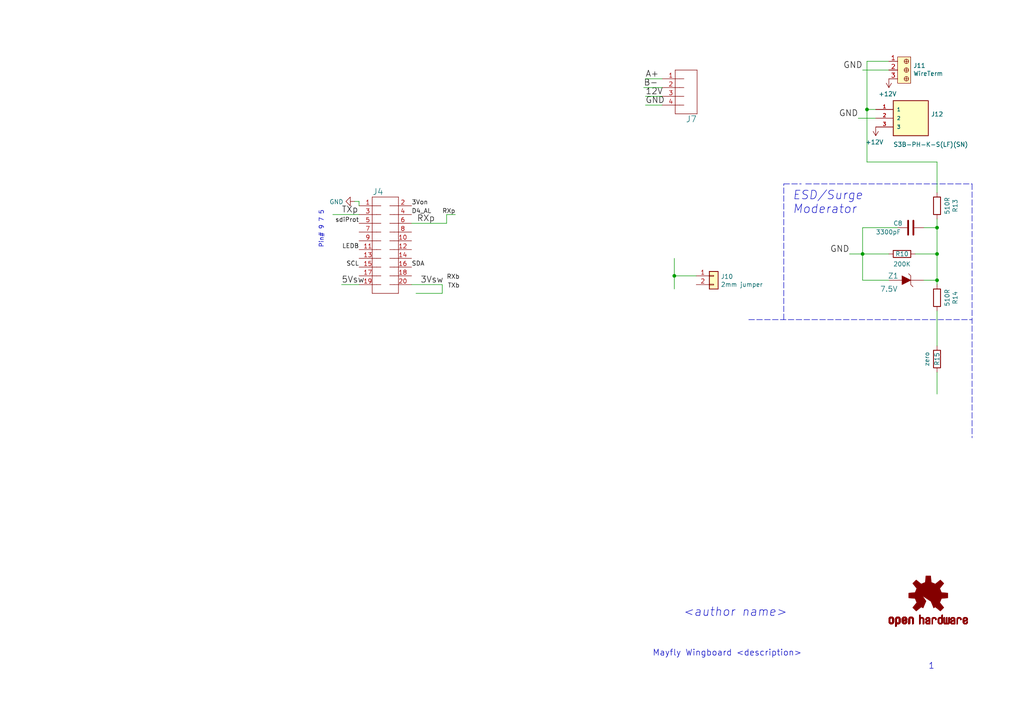
<source format=kicad_sch>
(kicad_sch (version 20211123) (generator eeschema)
  (paper "A4")
  (lib_symbols
    (symbol "Connector_Generic:Conn_01x02" (pin_names (offset 1.016) hide)
      (property "Reference" "J" (at 0 2.54 0))
      (property "Value" "Conn_01x02" (at 0 -5.08 0))
      (symbol "Conn_01x02_1_1"
        (pin passive line (at -5.08 0 0) (length 3.81) (name "Pin_1") (number "1"))
        (pin passive line (at -5.08 -2.54 0) (length 3.81) (name "Pin_2") (number "2"))
      )
    )
    (symbol "Device:C" (pin_numbers hide) (pin_names (offset 0.254))
      (property "Reference" "C" (at 0.635 2.54 0))
      (property "Value" "C" (at 0.635 -2.54 0))
      (symbol "C_1_1"
        (pin passive line (at 0 3.81 270) (length 2.794) (name "~") (number "1"))
        (pin passive line (at 0 -3.81 90) (length 2.794) (name "~") (number "2"))
      )
    )
    (symbol "Device:R" (pin_numbers hide) (pin_names (offset 0))
      (property "Reference" "R" (at 2.032 0 90))
      (property "Value" "R" (at 0 0 90))
      (symbol "R_1_1"
        (pin passive line (at 0 3.81 270) (length 1.27) (name "~") (number "1"))
        (pin passive line (at 0 -3.81 90) (length 1.27) (name "~") (number "2"))
      )
    )
    (symbol "S3B-PH-K-S_LF__SN_:S3B-PH-K-S(LF)(SN)" (pin_names (offset 1.016))
      (property "Reference" "J" (at -5.08 5.842 0))
      (property "Value" "S3B-PH-K-S_LF__SN__S3B-PH-K-S(LF)(SN)" (at -5.08 -7.62 0))
      (symbol "S3B-PH-K-S(LF)(SN)_0_0"
        (pin passive line (at -10.16 2.54 0) (length 5.08) (name "1") (number "1"))
        (pin passive line (at -10.16 0 0) (length 5.08) (name "2") (number "2"))
        (pin passive line (at -10.16 -2.54 0) (length 5.08) (name "3") (number "3"))
      )
    )
    (symbol "power:+12V" (power) (pin_names (offset 0))
      (property "Value" "+12V" (at 0 3.556 0))
      (symbol "+12V_1_1"
        (pin power_in line (at 0 0 90) (length 0) hide (name "+12V") (number "1"))
      )
    )
    (symbol "power:GND" (power) (pin_names (offset 0))
      (property "Value" "GND" (at 0 -3.81 0))
      (symbol "GND_1_1"
        (pin power_in line (at 0 0 270) (length 0) hide (name "GND") (number "1"))
      )
    )
    (symbol "sd-esd-rev1-rescue:CONN_10X2-RS485_Mayfly-eagle-import" (pin_names (offset 1.016))
      (property "Reference" "J" (at -3.81 13.208 0))
      (property "Value" "sd-esd-rev1-rescue_CONN_10X2-RS485_Mayfly-eagle-import" (at -3.81 -17.526 0))
      (symbol "CONN_10X2-RS485_Mayfly-eagle-import_1_0"
        (pin passive line (at -7.62 10.16 0) (length 5.08) (name "1") (number "1"))
        (pin passive line (at 7.62 0 180) (length 5.08) (name "10") (number "10"))
        (pin passive line (at -7.62 -2.54 0) (length 5.08) (name "11") (number "11"))
        (pin passive line (at 7.62 -2.54 180) (length 5.08) (name "12") (number "12"))
        (pin passive line (at -7.62 -5.08 0) (length 5.08) (name "13") (number "13"))
        (pin passive line (at 7.62 -5.08 180) (length 5.08) (name "14") (number "14"))
        (pin passive line (at -7.62 -7.62 0) (length 5.08) (name "15") (number "15"))
        (pin passive line (at 7.62 -7.62 180) (length 5.08) (name "16") (number "16"))
        (pin passive line (at -7.62 -10.16 0) (length 5.08) (name "17") (number "17"))
        (pin passive line (at 7.62 -10.16 180) (length 5.08) (name "18") (number "18"))
        (pin passive line (at -7.62 -12.7 0) (length 5.08) (name "19") (number "19"))
        (pin passive line (at 7.62 10.16 180) (length 5.08) (name "2") (number "2"))
        (pin passive line (at 7.62 -12.7 180) (length 5.08) (name "20") (number "20"))
        (pin passive line (at -7.62 7.62 0) (length 5.08) (name "3") (number "3"))
        (pin passive line (at 7.62 7.62 180) (length 5.08) (name "4") (number "4"))
        (pin passive line (at -7.62 5.08 0) (length 5.08) (name "5") (number "5"))
        (pin passive line (at 7.62 5.08 180) (length 5.08) (name "6") (number "6"))
        (pin passive line (at -7.62 2.54 0) (length 5.08) (name "7") (number "7"))
        (pin passive line (at 7.62 2.54 180) (length 5.08) (name "8") (number "8"))
        (pin passive line (at -7.62 0 0) (length 5.08) (name "9") (number "9"))
      )
    )
    (symbol "sd-esd-rev1-rescue:CONN_42.54_NOSILK-RS485_Mayfly-eagle-import" (pin_names (offset 1.016))
      (property "Value" "sd-esd-rev1-rescue_CONN_42.54_NOSILK-RS485_Mayfly-eagle-import" (at -5.08 -7.366 0))
      (symbol "CONN_42.54_NOSILK-RS485_Mayfly-eagle-import_1_0"
        (pin passive line (at 5.08 -2.54 180) (length 5.08) (name "1") (number "1"))
        (pin passive line (at 5.08 0 180) (length 5.08) (name "2") (number "2"))
        (pin passive line (at 5.08 2.54 180) (length 5.08) (name "3") (number "3"))
        (pin passive line (at 5.08 5.08 180) (length 5.08) (name "4") (number "4"))
      )
    )
    (symbol "sd-esd-rev1-rescue:MMSZ5231B-7-F-dk_Diodes-Zener-Single" (pin_numbers hide) (pin_names (offset 0) hide)
      (property "Reference" "Z" (at 0 3.81 0))
      (property "Value" "sd-esd-rev1-rescue_MMSZ5231B-7-F-dk_Diodes-Zener-Single" (at 0 -3.81 0))
      (symbol "MMSZ5231B-7-F-dk_Diodes-Zener-Single_1_1"
        (pin passive line (at -5.08 0 0) (length 3.81) (name "~") (number "A"))
        (pin passive line (at 5.08 0 180) (length 3.81) (name "~") (number "K"))
      )
    )
    (symbol "sd-esd-rev1-rescue:OSHW-LOGOMINI-RS485_Mayfly-eagle-import" (pin_names (offset 1.016)))
    (symbol "sd-esd-rev1-rescue:OSTTC030162-dk_Terminal-Blocks-Wire-to-Board" (pin_names (offset 1.016))
      (property "Reference" "J" (at -2.54 1.27 0))
      (property "Value" "sd-esd-rev1-rescue_OSTTC030162-dk_Terminal-Blocks-Wire-to-Board" (at 2.54 -2.54 0))
      (symbol "OSTTC030162-dk_Terminal-Blocks-Wire-to-Board_1_1"
        (pin passive line (at 0 5.08 270) (length 2.54) (name "~") (number "1"))
        (pin passive line (at 2.54 5.08 270) (length 2.54) (name "~") (number "2"))
        (pin passive line (at 5.08 5.08 270) (length 2.54) (name "~") (number "3"))
      )
    )
  )
  (junction (at 271.78 66.04))
  (junction (at 195.58 80.01))
  (junction (at 251.46 31.75))
  (junction (at 250.19 73.66))
  (junction (at 271.78 73.66))
  (junction (at 271.78 81.28))
  (polyline (pts (xy 281.94 53.34) (xy 281.94 127)))
  (wire (pts (xy 271.78 66.04) (xy 271.78 73.66)))
  (wire (pts (xy 267.97 66.04) (xy 271.78 66.04)))
  (wire (pts (xy 271.78 55.88) (xy 271.78 46.99)))
  (wire (pts (xy 251.46 46.99) (xy 271.78 46.99)))
  (wire (pts (xy 186.69 25.4) (xy 192.024 25.4)))
  (wire (pts (xy 257.81 73.66) (xy 250.19 73.66)))
  (wire (pts (xy 129.54 64.77) (xy 129.54 62.23)))
  (wire (pts (xy 119.38 64.77) (xy 129.54 64.77)))
  (wire (pts (xy 120.65 85.09) (xy 128.27 85.09)))
  (wire (pts (xy 192.024 22.86) (xy 187.198 22.86)))
  (wire (pts (xy 254 34.29) (xy 248.92 34.29)))
  (wire (pts (xy 250.19 81.28) (xy 257.81 81.28)))
  (wire (pts (xy 251.46 31.75) (xy 251.46 46.99)))
  (wire (pts (xy 250.19 66.04) (xy 250.19 73.66)))
  (wire (pts (xy 251.46 31.75) (xy 251.46 17.78)))
  (wire (pts (xy 267.97 81.28) (xy 271.78 81.28)))
  (wire (pts (xy 265.43 73.66) (xy 271.78 73.66)))
  (wire (pts (xy 271.78 63.5) (xy 271.78 66.04)))
  (wire (pts (xy 192.024 27.94) (xy 187.198 27.94)))
  (polyline (pts (xy 227.33 53.34) (xy 232.41 53.34)))
  (wire (pts (xy 250.19 73.66) (xy 246.38 73.66)))
  (wire (pts (xy 271.78 107.95) (xy 271.78 114.3)))
  (wire (pts (xy 104.14 82.55) (xy 99.06 82.55)))
  (wire (pts (xy 96.52 62.23) (xy 104.14 62.23)))
  (polyline (pts (xy 233.68 53.34) (xy 281.94 53.34)))
  (wire (pts (xy 129.54 62.23) (xy 132.08 62.23)))
  (wire (pts (xy 271.78 73.66) (xy 271.78 81.28)))
  (wire (pts (xy 271.78 81.28) (xy 271.78 82.55)))
  (wire (pts (xy 195.58 74.93) (xy 195.58 80.01)))
  (wire (pts (xy 250.19 73.66) (xy 250.19 81.28)))
  (polyline (pts (xy 227.33 92.71) (xy 227.33 53.34)))
  (wire (pts (xy 260.35 66.04) (xy 250.19 66.04)))
  (wire (pts (xy 192.024 30.48) (xy 187.198 30.48)))
  (polyline (pts (xy 217.17 92.71) (xy 281.94 92.71)))
  (wire (pts (xy 251.46 17.78) (xy 257.81 17.78)))
  (wire (pts (xy 271.78 90.17) (xy 271.78 100.33)))
  (wire (pts (xy 201.93 80.01) (xy 195.58 80.01)))
  (wire (pts (xy 104.14 58.42) (xy 102.87 58.42)))
  (wire (pts (xy 104.14 59.69) (xy 104.14 58.42)))
  (wire (pts (xy 254 31.75) (xy 251.46 31.75)))
  (wire (pts (xy 128.27 82.55) (xy 128.27 85.09)))
  (wire (pts (xy 257.81 20.32) (xy 250.19 20.32)))
  (wire (pts (xy 195.58 80.01) (xy 195.58 83.82)))
  (wire (pts (xy 119.38 82.55) (xy 128.27 82.55)))
  (text "1" (at 269.24 194.31 0) (effects (font (size 1.7526 1.7526)) (justify left bottom)))
  (text "Mayfly Wingboard <description>" (at 189.23 190.5 0) (effects (font (size 1.7526 1.7526)) (justify left bottom)))
  (text "ESD/Surge\nModerator" (at 229.87 62.23 0) (effects (font (size 2.4892 2.4892) italic) (justify left bottom)))
  (text "<author name>" (at 198.12 179.07 0) (effects (font (size 2.4892 2.4892) italic) (justify left bottom)))
  (text "Pin# 9 7 5" (at 93.98 60.96 270) (effects (font (size 1.27 1.27)) (justify right bottom)))
  (label "TXp" (at 99.06 62.23 0) (effects (font (size 1.778 1.778))))
  (label "RXp" (at 132.08 62.23 180))
  (label "RXb" (at 133.35 81.28 180))
  (label "GND" (at 246.38 73.66 180) (effects (font (size 1.778 1.778))))
  (label "12V" (at 187.198 27.94 0) (effects (font (size 1.778 1.778))))
  (label "RXp" (at 120.904 64.77 0) (effects (font (size 1.778 1.778))))
  (label "GND" (at 187.198 30.48 0) (effects (font (size 1.778 1.778))))
  (label "GND" (at 250.19 20.32 180) (effects (font (size 1.778 1.778))))
  (label "TXb" (at 133.35 83.82 180))
  (label "D4_AL" (at 119.38 62.23 0))
  (label "3Von" (at 119.38 59.69 0))
  (label "SCL" (at 104.14 77.47 180))
  (label "GND" (at 248.92 34.29 180) (effects (font (size 1.778 1.778))))
  (label "3Vsw" (at 121.92 82.55 0) (effects (font (size 1.778 1.778))))
  (label "5Vsw" (at 99.06 82.55 0) (effects (font (size 1.778 1.778))))
  (label "sdiProt" (at 104.14 64.77 180))
  (label "B-" (at 186.69 25.4 0) (effects (font (size 1.778 1.778))))
  (label "A+" (at 187.198 22.86 0) (effects (font (size 1.778 1.778))))
  (label "LEDB" (at 104.14 72.39 180))
  (label "SDA" (at 119.38 77.47 0))
  (symbol (lib_id "power:GND") (at 102.87 58.42 270) (unit 1)
    (property "Reference" "#PWR0106" (effects hide))
    (property "Value" "GND" (at 99.6188 58.547 90) (effects (justify right)))
  )
  (symbol (lib_id "Connector_Generic:Conn_01x02") (at 207.01 80.01 0) (unit 1)
    (property "Reference" "J10" (at 209.042 80.2132 0) (effects (justify left)))
    (property "Value" "2mm jumper" (at 209.042 82.5246 0) (effects (justify left)))
    (property "Footprint" "Connector_PinHeader_2.00mm:PinHeader_1x02_P2.00mm_Vertical" (effects hide))
    (property "MPN" "NRPN012PAEN-RC" (effects hide))
    (property "Vendor" "S5801-01-ND" (effects hide))
  )
  (symbol (lib_id "sd-esd-rev1-rescue:OSTTC030162-dk_Terminal-Blocks-Wire-to-Board") (at 262.89 17.78 90) (mirror x) (unit 1)
    (property "Reference" "J11" (at 264.8712 19.0246 90) (effects (justify right)))
    (property "Value" "WireTerm" (at 264.8712 21.336 90) (effects (justify right)))
    (property "Footprint" "digikey-footprints:PinHeader_1x3_P2.54mm_Drill1.02mm" (effects hide))
    (property "Datasheet" "http://www.on-shore.com" (effects hide))
    (property "Digi-Key_PN" "ED10562-ND" (effects hide))
    (property "MPN" "OSTTC030162" (effects hide))
    (property "Category" "Connectors, Interconnects" (effects hide))
    (property "Family" "Terminal Blocks - Wire to Board" (effects hide))
    (property "DK_Datasheet_Link" "http://www.on-shore.com/wp-content/uploads/OSTTCXX0162.pdf" (effects hide))
    (property "DK_Detail_Page" "/product-detail/en/on-shore-technology-inc/OSTTC030162/ED2601-ND/614550" (effects hide))
    (property "Description" "TERM BLK 3P SIDE ENT 2.54MM PCB" (effects hide))
    (property "Manufacturer" "On Shore Technology Inc." (effects hide))
    (property "Status" "Active" (effects hide))
  )
  (symbol (lib_id "S3B-PH-K-S_LF__SN_:S3B-PH-K-S(LF)(SN)") (at 264.16 34.29 0) (unit 1)
    (property "Reference" "J12" (at 270.002 33.1216 0) (effects (justify left)))
    (property "Value" "S3B-PH-K-S(LF)(SN)" (at 259.08 41.91 0) (effects (justify left)))
    (property "Footprint" "RS485_Mayfly:JST_S3B-PH-K-S(LF)(SN)" (effects hide))
    (property "MAXIMUM_PACKAGE_HEIGHT" "4.8mm" (effects hide))
    (property "MANUFACTURER" "JST Sales" (effects hide))
    (property "STANDARD" "Manufacturer Recommendations" (effects hide))
    (property "MPN" "S3B-PH-K-S(LF)(SN)" (effects hide))
  )
  (symbol (lib_id "power:+12V") (at 257.81 22.86 180) (unit 1)
    (property "Reference" "#PWR0104" (effects hide))
    (property "Value" "+12V" (at 257.429 27.2542 0))
  )
  (symbol (lib_id "power:+12V") (at 254 36.83 180) (unit 1)
    (property "Reference" "#PWR0114" (effects hide))
    (property "Value" "+12V" (at 253.619 41.2242 0))
  )
  (symbol (lib_id "Device:R") (at 271.78 59.69 180) (unit 1)
    (property "Reference" "R13" (at 277.0378 59.69 90))
    (property "Value" "510R" (at 274.7264 59.69 90))
    (property "Footprint" "Resistor_SMD:R_1206_3216Metric" (effects hide))
    (property "MPN" "RC1206FR-07510RL" (effects hide))
    (property "Vendor" "311-510FRCT-ND" (effects hide))
  )
  (symbol (lib_id "Device:R") (at 261.62 73.66 90) (unit 1)
    (property "Reference" "R10" (at 261.62 73.66 90))
    (property "Value" "200K" (at 261.62 76.6064 90))
    (property "Footprint" "Resistor_SMD:R_0603_1608Metric_Pad0.98x0.95mm_HandSolder" (effects hide))
    (property "MPN" "RC0603FR-07200KL" (effects hide))
    (property "Vendor" "311-200KHRCT-ND" (effects hide))
  )
  (symbol (lib_id "Device:R") (at 271.78 86.36 180) (unit 1)
    (property "Reference" "R14" (at 277.0378 86.36 90))
    (property "Value" "510R" (at 274.7264 86.36 90))
    (property "Footprint" "Resistor_SMD:R_1206_3216Metric" (effects hide))
    (property "MPN" "RC1206FR-07510RL" (effects hide))
    (property "Vendor" "311-510FRCT-ND" (effects hide))
  )
  (symbol (lib_id "Device:C") (at 264.16 66.04 270) (unit 1)
    (property "Reference" "C8" (at 259.08 64.77 90) (effects (justify left)))
    (property "Value" "3300pF" (at 254 67.31 90) (effects (justify left)))
    (property "Footprint" "Capacitor_SMD:C_0603_1608Metric" (effects hide))
    (property "MPN" "C0603X7R500-332KNE" (effects hide))
    (property "Vendor" "2679-C0603X7R500-332KNETR-ND" (effects hide))
  )
  (symbol (lib_id "sd-esd-rev1-rescue:MMSZ5231B-7-F-dk_Diodes-Zener-Single") (at 262.89 81.28 0) (unit 1)
    (property "Reference" "Z1" (at 259.08 80.01 0) (effects (font (size 1.524 1.524))))
    (property "Value" "7.5V" (at 257.81 83.82 0) (effects (font (size 1.524 1.524))))
    (property "Footprint" "digikey-footprints:SOD-123" (effects hide))
    (property "Datasheet" "https://www.diodes.com/assets/Datasheets/ds18010.pdf" (effects hide))
    (property "Digi-Key_PN" "MMSZ5236B-FDICT-ND" (effects hide))
    (property "MPN" "MMSZ5236B-7-F" (effects hide))
    (property "Category" "Discrete Semiconductor Products" (effects hide))
    (property "Family" "Diodes - Zener - Single" (effects hide))
    (property "DK_Datasheet_Link" "https://www.diodes.com/assets/Datasheets/ds18010.pdf" (effects hide))
    (property "DK_Detail_Page" "/product-detail/en/diodes-incorporated/MMSZ5231B-7-F/MMSZ5231B-FDICT-ND/755506" (effects hide))
    (property "Description" "DIODE ZENER 5.1V 500MW SOD123" (effects hide))
    (property "Manufacturer" "Diodes Incorporated" (effects hide))
    (property "Status" "Active" (effects hide))
  )
  (symbol (lib_id "Device:R") (at 271.78 104.14 0) (unit 1)
    (property "Reference" "R15" (at 271.78 104.14 90))
    (property "Value" "zero" (at 268.8336 104.14 90))
    (property "Footprint" "Resistor_SMD:R_0603_1608Metric_Pad0.98x0.95mm_HandSolder" (effects hide))
    (property "MPN" "RC0603FR-070RL" (effects hide))
    (property "Vendor" "311-0.0HRCT-ND" (effects hide))
  )
  (symbol (lib_id "sd-esd-rev1-rescue:CONN_42.54_NOSILK-RS485_Mayfly-eagle-import") (at 197.104 25.4 180) (unit 1)
    (property "Reference" "J7" (at 202.184 33.528 0) (effects (font (size 1.778 1.778)) (justify left bottom)))
    (property "Value" "CONN_42.54_NOSILK" (effects hide))
    (property "Footprint" "RS485_Mayfly:1X04_NOSILK" (effects hide))
    (property "MPN" "110990037 10Pack" (effects hide))
    (property "Vendor" "0.1*1597-1083-ND " (effects hide))
  )
  (symbol (lib_id "sd-esd-rev1-rescue:OSHW-LOGOMINI-RS485_Mayfly-eagle-import") (at 269.24 172.72 0) (unit 1)
    (property "Reference" "LOGO1" (effects hide))
    (property "Value" "OSHW-LOGOMINI" (effects hide))
    (property "Footprint" "RS485_Mayfly:OSHW-LOGO-MINI" (effects hide))
    (property "Vendor" "na" (effects hide))
  )
  (symbol (lib_id "sd-esd-rev1-rescue:CONN_10X2-RS485_Mayfly-eagle-import") (at 111.76 69.85 0) (unit 1)
    (property "Reference" "J4" (at 107.95 56.642 0) (effects (font (size 1.778 1.778)) (justify left bottom)))
    (property "Value" "CONN_10X2" (effects hide))
    (property "Footprint" "RS485_Mayfly:2X10" (effects hide))
    (property "MPN" "67996-220HLF" (effects hide))
    (property "Vendor" "609-3214-ND" (effects hide))
  )
)
</source>
